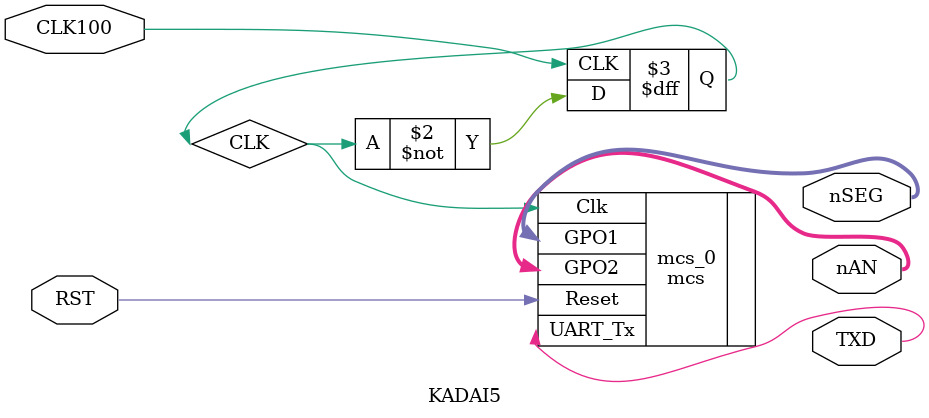
<source format=v>
/* æTÍÛè@\tgEFAÉæé_Ci~bN_ðp¢½60bv */
/* Copyright(C) 2013 Cobac.Net, All rights reserved.            */

module KADAI5(
    input           CLK100, RST,
    output  [7:0]   nSEG,
    output  [3:0]   nAN,
    output          TXD
);

/* CLK(50MHz)Ìì¬ */
reg CLK;

always @( posedge CLK100 ) begin
    CLK <= ~CLK;
end

mcs mcs_0 (
    .Clk    (CLK),
    .Reset  (RST),
    .GPO1   (nSEG),
    .GPO2   (nAN),
    .UART_Tx(TXD)
);

endmodule

</source>
